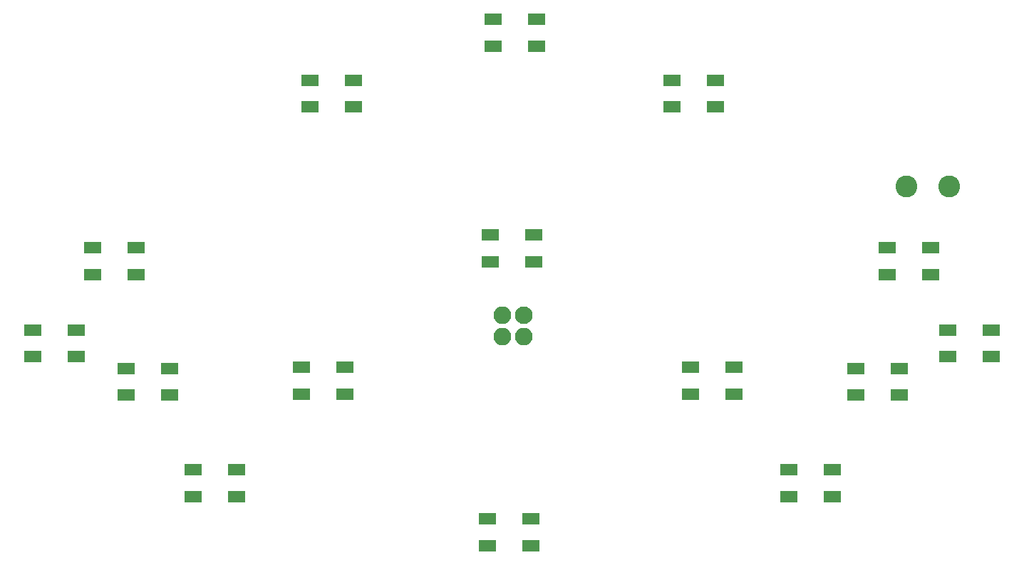
<source format=gts>
G04 #@! TF.FileFunction,Soldermask,Top*
%FSLAX46Y46*%
G04 Gerber Fmt 4.6, Leading zero omitted, Abs format (unit mm)*
G04 Created by KiCad (PCBNEW 4.0.7) date 06/01/18 20:23:33*
%MOMM*%
%LPD*%
G01*
G04 APERTURE LIST*
%ADD10C,0.100000*%
%ADD11R,2.051000X1.398220*%
%ADD12C,2.600000*%
%ADD13C,2.100000*%
%ADD14O,2.100000X2.100000*%
G04 APERTURE END LIST*
D10*
D11*
X149062440Y-112575340D03*
X149062440Y-115770660D03*
X154213560Y-115770660D03*
X154213560Y-112575340D03*
X171033440Y-60378340D03*
X171033440Y-63573660D03*
X176184560Y-63573660D03*
X176184560Y-60378340D03*
X149770440Y-53139340D03*
X149770440Y-56334660D03*
X154921560Y-56334660D03*
X154921560Y-53139340D03*
D12*
X198882000Y-73025000D03*
X203962000Y-73025000D03*
D11*
X95087440Y-90096340D03*
X95087440Y-93291660D03*
X100238560Y-93291660D03*
X100238560Y-90096340D03*
X102199440Y-80317340D03*
X102199440Y-83512660D03*
X107350560Y-83512660D03*
X107350560Y-80317340D03*
X106136440Y-94668340D03*
X106136440Y-97863660D03*
X111287560Y-97863660D03*
X111287560Y-94668340D03*
X126964440Y-94541340D03*
X126964440Y-97736660D03*
X132115560Y-97736660D03*
X132115560Y-94541340D03*
X149443440Y-78793340D03*
X149443440Y-81988660D03*
X154594560Y-81988660D03*
X154594560Y-78793340D03*
X173192440Y-94541340D03*
X173192440Y-97736660D03*
X178343560Y-97736660D03*
X178343560Y-94541340D03*
X192877440Y-94668340D03*
X192877440Y-97863660D03*
X198028560Y-97863660D03*
X198028560Y-94668340D03*
X196560440Y-80317340D03*
X196560440Y-83512660D03*
X201711560Y-83512660D03*
X201711560Y-80317340D03*
X203799440Y-90096340D03*
X203799440Y-93291660D03*
X208950560Y-93291660D03*
X208950560Y-90096340D03*
X127980440Y-60378340D03*
X127980440Y-63573660D03*
X133131560Y-63573660D03*
X133131560Y-60378340D03*
X184876440Y-106733340D03*
X184876440Y-109928660D03*
X190027560Y-109928660D03*
X190027560Y-106733340D03*
X114137440Y-106733340D03*
X114137440Y-109928660D03*
X119288560Y-109928660D03*
X119288560Y-106733340D03*
D13*
X153416000Y-88392000D03*
D14*
X153416000Y-90932000D03*
X150876000Y-88392000D03*
X150876000Y-90932000D03*
M02*

</source>
